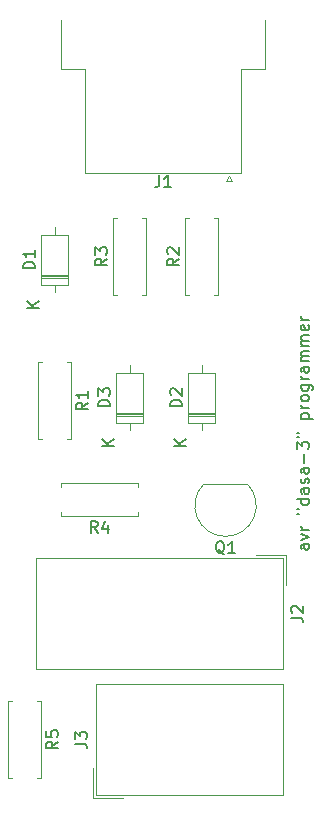
<source format=gbr>
G04 #@! TF.GenerationSoftware,KiCad,Pcbnew,5.1.4-3.fc30*
G04 #@! TF.CreationDate,2019-10-13T14:01:56+02:00*
G04 #@! TF.ProjectId,dasa-3,64617361-2d33-42e6-9b69-6361645f7063,1.0*
G04 #@! TF.SameCoordinates,PX6f2f610PY6a57250*
G04 #@! TF.FileFunction,Legend,Top*
G04 #@! TF.FilePolarity,Positive*
%FSLAX46Y46*%
G04 Gerber Fmt 4.6, Leading zero omitted, Abs format (unit mm)*
G04 Created by KiCad (PCBNEW 5.1.4-3.fc30) date 2019-10-13 14:01:56*
%MOMM*%
%LPD*%
G04 APERTURE LIST*
%ADD10C,0.150000*%
%ADD11C,0.120000*%
%ADD12C,1.702000*%
%ADD13R,1.702000X1.702000*%
%ADD14O,1.702000X1.702000*%
%ADD15R,1.829200X1.829200*%
%ADD16O,1.829200X1.829200*%
%ADD17O,1.152000X1.602000*%
%ADD18R,1.152000X1.602000*%
G04 APERTURE END LIST*
D10*
X27884380Y22900858D02*
X27360571Y22900858D01*
X27265333Y22853239D01*
X27217714Y22758000D01*
X27217714Y22567524D01*
X27265333Y22472286D01*
X27836761Y22900858D02*
X27884380Y22805620D01*
X27884380Y22567524D01*
X27836761Y22472286D01*
X27741523Y22424667D01*
X27646285Y22424667D01*
X27551047Y22472286D01*
X27503428Y22567524D01*
X27503428Y22805620D01*
X27455809Y22900858D01*
X27217714Y23281810D02*
X27884380Y23519905D01*
X27217714Y23758000D01*
X27884380Y24138953D02*
X27217714Y24138953D01*
X27408190Y24138953D02*
X27312952Y24186572D01*
X27265333Y24234191D01*
X27217714Y24329429D01*
X27217714Y24424667D01*
X26884380Y25472286D02*
X27074857Y25472286D01*
X26884380Y25853239D02*
X27074857Y25853239D01*
X27884380Y26710381D02*
X26884380Y26710381D01*
X27836761Y26710381D02*
X27884380Y26615143D01*
X27884380Y26424667D01*
X27836761Y26329429D01*
X27789142Y26281810D01*
X27693904Y26234191D01*
X27408190Y26234191D01*
X27312952Y26281810D01*
X27265333Y26329429D01*
X27217714Y26424667D01*
X27217714Y26615143D01*
X27265333Y26710381D01*
X27884380Y27615143D02*
X27360571Y27615143D01*
X27265333Y27567524D01*
X27217714Y27472286D01*
X27217714Y27281810D01*
X27265333Y27186572D01*
X27836761Y27615143D02*
X27884380Y27519905D01*
X27884380Y27281810D01*
X27836761Y27186572D01*
X27741523Y27138953D01*
X27646285Y27138953D01*
X27551047Y27186572D01*
X27503428Y27281810D01*
X27503428Y27519905D01*
X27455809Y27615143D01*
X27836761Y28043715D02*
X27884380Y28138953D01*
X27884380Y28329429D01*
X27836761Y28424667D01*
X27741523Y28472286D01*
X27693904Y28472286D01*
X27598666Y28424667D01*
X27551047Y28329429D01*
X27551047Y28186572D01*
X27503428Y28091334D01*
X27408190Y28043715D01*
X27360571Y28043715D01*
X27265333Y28091334D01*
X27217714Y28186572D01*
X27217714Y28329429D01*
X27265333Y28424667D01*
X27884380Y29329429D02*
X27360571Y29329429D01*
X27265333Y29281810D01*
X27217714Y29186572D01*
X27217714Y28996096D01*
X27265333Y28900858D01*
X27836761Y29329429D02*
X27884380Y29234191D01*
X27884380Y28996096D01*
X27836761Y28900858D01*
X27741523Y28853239D01*
X27646285Y28853239D01*
X27551047Y28900858D01*
X27503428Y28996096D01*
X27503428Y29234191D01*
X27455809Y29329429D01*
X27503428Y29805620D02*
X27503428Y30567524D01*
X26884380Y30948477D02*
X26884380Y31567524D01*
X27265333Y31234191D01*
X27265333Y31377048D01*
X27312952Y31472286D01*
X27360571Y31519905D01*
X27455809Y31567524D01*
X27693904Y31567524D01*
X27789142Y31519905D01*
X27836761Y31472286D01*
X27884380Y31377048D01*
X27884380Y31091334D01*
X27836761Y30996096D01*
X27789142Y30948477D01*
X26884380Y31948477D02*
X27074857Y31948477D01*
X26884380Y32329429D02*
X27074857Y32329429D01*
X27217714Y33519905D02*
X28217714Y33519905D01*
X27265333Y33519905D02*
X27217714Y33615143D01*
X27217714Y33805620D01*
X27265333Y33900858D01*
X27312952Y33948477D01*
X27408190Y33996096D01*
X27693904Y33996096D01*
X27789142Y33948477D01*
X27836761Y33900858D01*
X27884380Y33805620D01*
X27884380Y33615143D01*
X27836761Y33519905D01*
X27884380Y34424667D02*
X27217714Y34424667D01*
X27408190Y34424667D02*
X27312952Y34472286D01*
X27265333Y34519905D01*
X27217714Y34615143D01*
X27217714Y34710381D01*
X27884380Y35186572D02*
X27836761Y35091334D01*
X27789142Y35043715D01*
X27693904Y34996096D01*
X27408190Y34996096D01*
X27312952Y35043715D01*
X27265333Y35091334D01*
X27217714Y35186572D01*
X27217714Y35329429D01*
X27265333Y35424667D01*
X27312952Y35472286D01*
X27408190Y35519905D01*
X27693904Y35519905D01*
X27789142Y35472286D01*
X27836761Y35424667D01*
X27884380Y35329429D01*
X27884380Y35186572D01*
X27217714Y36377048D02*
X28027238Y36377048D01*
X28122476Y36329429D01*
X28170095Y36281810D01*
X28217714Y36186572D01*
X28217714Y36043715D01*
X28170095Y35948477D01*
X27836761Y36377048D02*
X27884380Y36281810D01*
X27884380Y36091334D01*
X27836761Y35996096D01*
X27789142Y35948477D01*
X27693904Y35900858D01*
X27408190Y35900858D01*
X27312952Y35948477D01*
X27265333Y35996096D01*
X27217714Y36091334D01*
X27217714Y36281810D01*
X27265333Y36377048D01*
X27884380Y36853239D02*
X27217714Y36853239D01*
X27408190Y36853239D02*
X27312952Y36900858D01*
X27265333Y36948477D01*
X27217714Y37043715D01*
X27217714Y37138953D01*
X27884380Y37900858D02*
X27360571Y37900858D01*
X27265333Y37853239D01*
X27217714Y37758000D01*
X27217714Y37567524D01*
X27265333Y37472286D01*
X27836761Y37900858D02*
X27884380Y37805620D01*
X27884380Y37567524D01*
X27836761Y37472286D01*
X27741523Y37424667D01*
X27646285Y37424667D01*
X27551047Y37472286D01*
X27503428Y37567524D01*
X27503428Y37805620D01*
X27455809Y37900858D01*
X27884380Y38377048D02*
X27217714Y38377048D01*
X27312952Y38377048D02*
X27265333Y38424667D01*
X27217714Y38519905D01*
X27217714Y38662762D01*
X27265333Y38758000D01*
X27360571Y38805620D01*
X27884380Y38805620D01*
X27360571Y38805620D02*
X27265333Y38853239D01*
X27217714Y38948477D01*
X27217714Y39091334D01*
X27265333Y39186572D01*
X27360571Y39234191D01*
X27884380Y39234191D01*
X27884380Y39710381D02*
X27217714Y39710381D01*
X27312952Y39710381D02*
X27265333Y39758000D01*
X27217714Y39853239D01*
X27217714Y39996096D01*
X27265333Y40091334D01*
X27360571Y40138953D01*
X27884380Y40138953D01*
X27360571Y40138953D02*
X27265333Y40186572D01*
X27217714Y40281810D01*
X27217714Y40424667D01*
X27265333Y40519905D01*
X27360571Y40567524D01*
X27884380Y40567524D01*
X27836761Y41424667D02*
X27884380Y41329429D01*
X27884380Y41138953D01*
X27836761Y41043715D01*
X27741523Y40996096D01*
X27360571Y40996096D01*
X27265333Y41043715D01*
X27217714Y41138953D01*
X27217714Y41329429D01*
X27265333Y41424667D01*
X27360571Y41472286D01*
X27455809Y41472286D01*
X27551047Y40996096D01*
X27884380Y41900858D02*
X27217714Y41900858D01*
X27408190Y41900858D02*
X27312952Y41948477D01*
X27265333Y41996096D01*
X27217714Y42091334D01*
X27217714Y42186572D01*
D11*
X21082000Y54050675D02*
X21332000Y53617662D01*
X20832000Y53617662D02*
X21082000Y54050675D01*
X21332000Y53617662D02*
X20832000Y53617662D01*
X6932000Y63152000D02*
X6932000Y67252000D01*
X8942000Y63152000D02*
X6932000Y63152000D01*
X8942000Y54312000D02*
X8942000Y63152000D01*
X22142000Y54312000D02*
X8942000Y54312000D01*
X22142000Y63152000D02*
X22142000Y54312000D01*
X24152000Y63152000D02*
X22142000Y63152000D01*
X24152000Y67252000D02*
X24152000Y63152000D01*
X5230000Y45470000D02*
X7470000Y45470000D01*
X5230000Y45710000D02*
X7470000Y45710000D01*
X5230000Y45590000D02*
X7470000Y45590000D01*
X6350000Y49760000D02*
X6350000Y49110000D01*
X6350000Y44220000D02*
X6350000Y44870000D01*
X5230000Y49110000D02*
X5230000Y44870000D01*
X7470000Y49110000D02*
X5230000Y49110000D01*
X7470000Y44870000D02*
X7470000Y49110000D01*
X5230000Y44870000D02*
X7470000Y44870000D01*
X17676000Y33186000D02*
X19916000Y33186000D01*
X19916000Y33186000D02*
X19916000Y37426000D01*
X19916000Y37426000D02*
X17676000Y37426000D01*
X17676000Y37426000D02*
X17676000Y33186000D01*
X18796000Y32536000D02*
X18796000Y33186000D01*
X18796000Y38076000D02*
X18796000Y37426000D01*
X17676000Y33906000D02*
X19916000Y33906000D01*
X17676000Y34026000D02*
X19916000Y34026000D01*
X17676000Y33786000D02*
X19916000Y33786000D01*
X11580000Y33186000D02*
X13820000Y33186000D01*
X13820000Y33186000D02*
X13820000Y37426000D01*
X13820000Y37426000D02*
X11580000Y37426000D01*
X11580000Y37426000D02*
X11580000Y33186000D01*
X12700000Y32536000D02*
X12700000Y33186000D01*
X12700000Y38076000D02*
X12700000Y37426000D01*
X11580000Y33906000D02*
X13820000Y33906000D01*
X11580000Y34026000D02*
X13820000Y34026000D01*
X11580000Y33786000D02*
X13820000Y33786000D01*
X25670000Y12343000D02*
X4810000Y12343000D01*
X4810000Y12343000D02*
X4810000Y21693000D01*
X4810000Y21693000D02*
X25670000Y21693000D01*
X25670000Y21693000D02*
X25670000Y12343000D01*
X25920000Y21943000D02*
X23380000Y21943000D01*
X25920000Y21943000D02*
X25920000Y19403000D01*
X9890000Y11025000D02*
X25670000Y11025000D01*
X25670000Y11025000D02*
X25670000Y1675000D01*
X25670000Y1675000D02*
X9890000Y1675000D01*
X9890000Y1675000D02*
X9890000Y11025000D01*
X9640000Y1425000D02*
X12180000Y1425000D01*
X9640000Y1425000D02*
X9640000Y3965000D01*
X22628000Y28012000D02*
X19028000Y28012000D01*
X22666478Y28000478D02*
G75*
G02X20828000Y23562000I-1838478J-1838478D01*
G01*
X18989522Y28000478D02*
G75*
G03X20828000Y23562000I1838478J-1838478D01*
G01*
X7390000Y38322000D02*
X7720000Y38322000D01*
X7720000Y38322000D02*
X7720000Y31782000D01*
X7720000Y31782000D02*
X7390000Y31782000D01*
X5310000Y38322000D02*
X4980000Y38322000D01*
X4980000Y38322000D02*
X4980000Y31782000D01*
X4980000Y31782000D02*
X5310000Y31782000D01*
X20166000Y50514000D02*
X19836000Y50514000D01*
X20166000Y43974000D02*
X20166000Y50514000D01*
X19836000Y43974000D02*
X20166000Y43974000D01*
X17426000Y50514000D02*
X17756000Y50514000D01*
X17426000Y43974000D02*
X17426000Y50514000D01*
X17756000Y43974000D02*
X17426000Y43974000D01*
X14070000Y50514000D02*
X13740000Y50514000D01*
X14070000Y43974000D02*
X14070000Y50514000D01*
X13740000Y43974000D02*
X14070000Y43974000D01*
X11330000Y50514000D02*
X11660000Y50514000D01*
X11330000Y43974000D02*
X11330000Y50514000D01*
X11660000Y43974000D02*
X11330000Y43974000D01*
X13430000Y25630000D02*
X13430000Y25300000D01*
X13430000Y25300000D02*
X6890000Y25300000D01*
X6890000Y25300000D02*
X6890000Y25630000D01*
X13430000Y27710000D02*
X13430000Y28040000D01*
X13430000Y28040000D02*
X6890000Y28040000D01*
X6890000Y28040000D02*
X6890000Y27710000D01*
X4850000Y9620000D02*
X5180000Y9620000D01*
X5180000Y9620000D02*
X5180000Y3080000D01*
X5180000Y3080000D02*
X4850000Y3080000D01*
X2770000Y9620000D02*
X2440000Y9620000D01*
X2440000Y9620000D02*
X2440000Y3080000D01*
X2440000Y3080000D02*
X2770000Y3080000D01*
D10*
X15208666Y54119620D02*
X15208666Y53405334D01*
X15161047Y53262477D01*
X15065809Y53167239D01*
X14922952Y53119620D01*
X14827714Y53119620D01*
X16208666Y53119620D02*
X15637238Y53119620D01*
X15922952Y53119620D02*
X15922952Y54119620D01*
X15827714Y53976762D01*
X15732476Y53881524D01*
X15637238Y53833905D01*
X4682380Y46251905D02*
X3682380Y46251905D01*
X3682380Y46490000D01*
X3730000Y46632858D01*
X3825238Y46728096D01*
X3920476Y46775715D01*
X4110952Y46823334D01*
X4253809Y46823334D01*
X4444285Y46775715D01*
X4539523Y46728096D01*
X4634761Y46632858D01*
X4682380Y46490000D01*
X4682380Y46251905D01*
X4682380Y47775715D02*
X4682380Y47204286D01*
X4682380Y47490000D02*
X3682380Y47490000D01*
X3825238Y47394762D01*
X3920476Y47299524D01*
X3968095Y47204286D01*
X5002380Y42918096D02*
X4002380Y42918096D01*
X5002380Y43489524D02*
X4430952Y43060953D01*
X4002380Y43489524D02*
X4573809Y42918096D01*
X17128380Y34567905D02*
X16128380Y34567905D01*
X16128380Y34806000D01*
X16176000Y34948858D01*
X16271238Y35044096D01*
X16366476Y35091715D01*
X16556952Y35139334D01*
X16699809Y35139334D01*
X16890285Y35091715D01*
X16985523Y35044096D01*
X17080761Y34948858D01*
X17128380Y34806000D01*
X17128380Y34567905D01*
X16223619Y35520286D02*
X16176000Y35567905D01*
X16128380Y35663143D01*
X16128380Y35901239D01*
X16176000Y35996477D01*
X16223619Y36044096D01*
X16318857Y36091715D01*
X16414095Y36091715D01*
X16556952Y36044096D01*
X17128380Y35472667D01*
X17128380Y36091715D01*
X17448380Y31234096D02*
X16448380Y31234096D01*
X17448380Y31805524D02*
X16876952Y31376953D01*
X16448380Y31805524D02*
X17019809Y31234096D01*
X11032380Y34567905D02*
X10032380Y34567905D01*
X10032380Y34806000D01*
X10080000Y34948858D01*
X10175238Y35044096D01*
X10270476Y35091715D01*
X10460952Y35139334D01*
X10603809Y35139334D01*
X10794285Y35091715D01*
X10889523Y35044096D01*
X10984761Y34948858D01*
X11032380Y34806000D01*
X11032380Y34567905D01*
X10032380Y35472667D02*
X10032380Y36091715D01*
X10413333Y35758381D01*
X10413333Y35901239D01*
X10460952Y35996477D01*
X10508571Y36044096D01*
X10603809Y36091715D01*
X10841904Y36091715D01*
X10937142Y36044096D01*
X10984761Y35996477D01*
X11032380Y35901239D01*
X11032380Y35615524D01*
X10984761Y35520286D01*
X10937142Y35472667D01*
X11352380Y31234096D02*
X10352380Y31234096D01*
X11352380Y31805524D02*
X10780952Y31376953D01*
X10352380Y31805524D02*
X10923809Y31234096D01*
X26376380Y16684667D02*
X27090666Y16684667D01*
X27233523Y16637048D01*
X27328761Y16541810D01*
X27376380Y16398953D01*
X27376380Y16303715D01*
X26471619Y17113239D02*
X26424000Y17160858D01*
X26376380Y17256096D01*
X26376380Y17494191D01*
X26424000Y17589429D01*
X26471619Y17637048D01*
X26566857Y17684667D01*
X26662095Y17684667D01*
X26804952Y17637048D01*
X27376380Y17065620D01*
X27376380Y17684667D01*
X8088380Y6016667D02*
X8802666Y6016667D01*
X8945523Y5969048D01*
X9040761Y5873810D01*
X9088380Y5730953D01*
X9088380Y5635715D01*
X8088380Y6397620D02*
X8088380Y7016667D01*
X8469333Y6683334D01*
X8469333Y6826191D01*
X8516952Y6921429D01*
X8564571Y6969048D01*
X8659809Y7016667D01*
X8897904Y7016667D01*
X8993142Y6969048D01*
X9040761Y6921429D01*
X9088380Y6826191D01*
X9088380Y6540477D01*
X9040761Y6445239D01*
X8993142Y6397620D01*
X20732761Y22054381D02*
X20637523Y22102000D01*
X20542285Y22197239D01*
X20399428Y22340096D01*
X20304190Y22387715D01*
X20208952Y22387715D01*
X20256571Y22149620D02*
X20161333Y22197239D01*
X20066095Y22292477D01*
X20018476Y22482953D01*
X20018476Y22816286D01*
X20066095Y23006762D01*
X20161333Y23102000D01*
X20256571Y23149620D01*
X20447047Y23149620D01*
X20542285Y23102000D01*
X20637523Y23006762D01*
X20685142Y22816286D01*
X20685142Y22482953D01*
X20637523Y22292477D01*
X20542285Y22197239D01*
X20447047Y22149620D01*
X20256571Y22149620D01*
X21637523Y22149620D02*
X21066095Y22149620D01*
X21351809Y22149620D02*
X21351809Y23149620D01*
X21256571Y23006762D01*
X21161333Y22911524D01*
X21066095Y22863905D01*
X9172380Y34885334D02*
X8696190Y34552000D01*
X9172380Y34313905D02*
X8172380Y34313905D01*
X8172380Y34694858D01*
X8220000Y34790096D01*
X8267619Y34837715D01*
X8362857Y34885334D01*
X8505714Y34885334D01*
X8600952Y34837715D01*
X8648571Y34790096D01*
X8696190Y34694858D01*
X8696190Y34313905D01*
X9172380Y35837715D02*
X9172380Y35266286D01*
X9172380Y35552000D02*
X8172380Y35552000D01*
X8315238Y35456762D01*
X8410476Y35361524D01*
X8458095Y35266286D01*
X16878380Y47077334D02*
X16402190Y46744000D01*
X16878380Y46505905D02*
X15878380Y46505905D01*
X15878380Y46886858D01*
X15926000Y46982096D01*
X15973619Y47029715D01*
X16068857Y47077334D01*
X16211714Y47077334D01*
X16306952Y47029715D01*
X16354571Y46982096D01*
X16402190Y46886858D01*
X16402190Y46505905D01*
X15973619Y47458286D02*
X15926000Y47505905D01*
X15878380Y47601143D01*
X15878380Y47839239D01*
X15926000Y47934477D01*
X15973619Y47982096D01*
X16068857Y48029715D01*
X16164095Y48029715D01*
X16306952Y47982096D01*
X16878380Y47410667D01*
X16878380Y48029715D01*
X10782380Y47077334D02*
X10306190Y46744000D01*
X10782380Y46505905D02*
X9782380Y46505905D01*
X9782380Y46886858D01*
X9830000Y46982096D01*
X9877619Y47029715D01*
X9972857Y47077334D01*
X10115714Y47077334D01*
X10210952Y47029715D01*
X10258571Y46982096D01*
X10306190Y46886858D01*
X10306190Y46505905D01*
X9782380Y47410667D02*
X9782380Y48029715D01*
X10163333Y47696381D01*
X10163333Y47839239D01*
X10210952Y47934477D01*
X10258571Y47982096D01*
X10353809Y48029715D01*
X10591904Y48029715D01*
X10687142Y47982096D01*
X10734761Y47934477D01*
X10782380Y47839239D01*
X10782380Y47553524D01*
X10734761Y47458286D01*
X10687142Y47410667D01*
X9993333Y23847620D02*
X9660000Y24323810D01*
X9421904Y23847620D02*
X9421904Y24847620D01*
X9802857Y24847620D01*
X9898095Y24800000D01*
X9945714Y24752381D01*
X9993333Y24657143D01*
X9993333Y24514286D01*
X9945714Y24419048D01*
X9898095Y24371429D01*
X9802857Y24323810D01*
X9421904Y24323810D01*
X10850476Y24514286D02*
X10850476Y23847620D01*
X10612380Y24895239D02*
X10374285Y24180953D01*
X10993333Y24180953D01*
X6632380Y6183334D02*
X6156190Y5850000D01*
X6632380Y5611905D02*
X5632380Y5611905D01*
X5632380Y5992858D01*
X5680000Y6088096D01*
X5727619Y6135715D01*
X5822857Y6183334D01*
X5965714Y6183334D01*
X6060952Y6135715D01*
X6108571Y6088096D01*
X6156190Y5992858D01*
X6156190Y5611905D01*
X5632380Y7088096D02*
X5632380Y6611905D01*
X6108571Y6564286D01*
X6060952Y6611905D01*
X6013333Y6707143D01*
X6013333Y6945239D01*
X6060952Y7040477D01*
X6108571Y7088096D01*
X6203809Y7135715D01*
X6441904Y7135715D01*
X6537142Y7088096D01*
X6584761Y7040477D01*
X6632380Y6945239D01*
X6632380Y6707143D01*
X6584761Y6611905D01*
X6537142Y6564286D01*
%LPC*%
D12*
X11387000Y57912000D03*
X14157000Y57912000D03*
X16927000Y57912000D03*
X19697000Y57912000D03*
X10002000Y55372000D03*
X12772000Y55372000D03*
X15542000Y55372000D03*
X18312000Y55372000D03*
D13*
X21082000Y55372000D03*
D14*
X6350000Y50800000D03*
D13*
X6350000Y43180000D03*
X18796000Y31496000D03*
D14*
X18796000Y39116000D03*
D13*
X12700000Y31496000D03*
D14*
X12700000Y39116000D03*
D15*
X20320000Y18288000D03*
D16*
X20320000Y15748000D03*
X17780000Y18288000D03*
X17780000Y15748000D03*
X15240000Y18288000D03*
X15240000Y15748000D03*
X12700000Y18288000D03*
X12700000Y15748000D03*
X10160000Y18288000D03*
X10160000Y15748000D03*
D15*
X15240000Y5080000D03*
D16*
X15240000Y7620000D03*
X17780000Y5080000D03*
X17780000Y7620000D03*
X20320000Y5080000D03*
X20320000Y7620000D03*
D17*
X20828000Y26162000D03*
X19558000Y26162000D03*
D18*
X22098000Y26162000D03*
D12*
X6350000Y38862000D03*
D14*
X6350000Y31242000D03*
X18796000Y51054000D03*
D12*
X18796000Y43434000D03*
D14*
X12700000Y51054000D03*
D12*
X12700000Y43434000D03*
X13970000Y26670000D03*
D14*
X6350000Y26670000D03*
D12*
X3810000Y10160000D03*
D14*
X3810000Y2540000D03*
M02*

</source>
